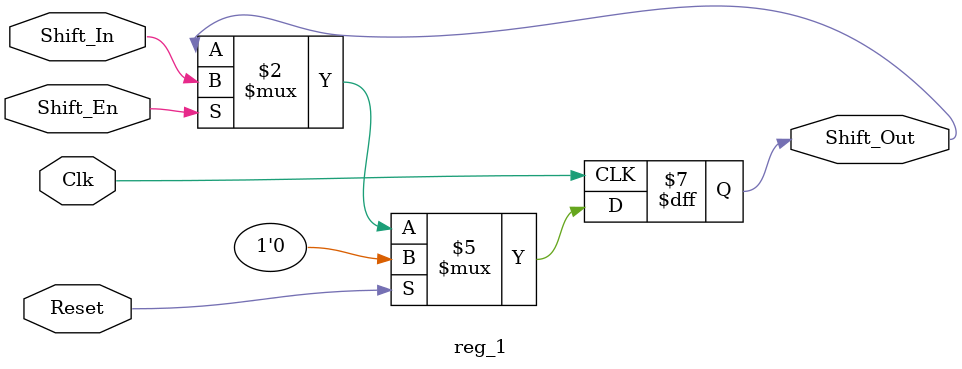
<source format=sv>
module reg_1 (input  logic Clk, Reset, Shift_In, Shift_En,
              output logic Shift_Out);

    always_ff @ (posedge Clk)
    begin
	 	 if (Reset) //notice, this is a sycnrhonous reset, which is recommended on the FPGA
			  Shift_Out <= 1'h0;
		 else if (Shift_En)
		 begin
			  //concatenate shifted in data to the previous left-most 3 bits
			  //note this works because we are in always_ff procedure block
			  Shift_Out <= Shift_In; 
	    end
    end

endmodule

</source>
